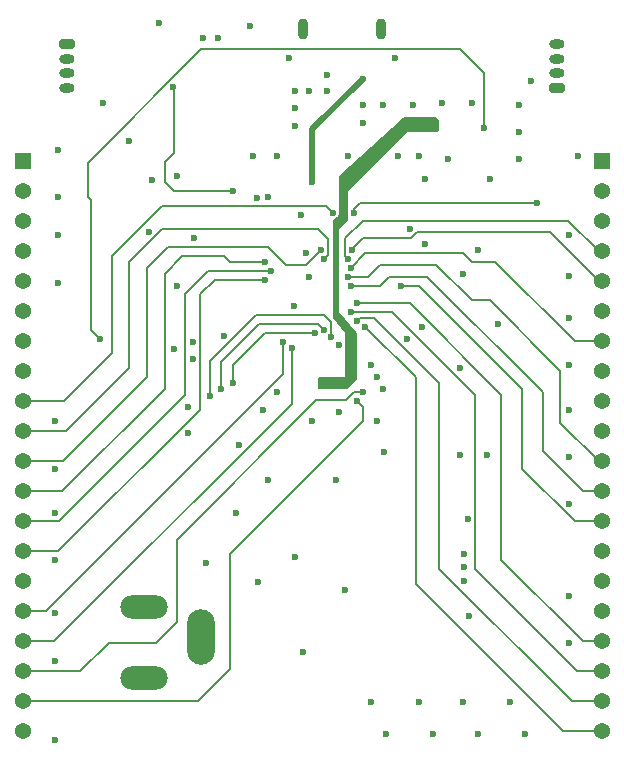
<source format=gbl>
%TF.GenerationSoftware,KiCad,Pcbnew,8.0.5*%
%TF.CreationDate,2024-11-09T23:36:57+01:00*%
%TF.ProjectId,STM32 Development Board,53544d33-3220-4446-9576-656c6f706d65,rev?*%
%TF.SameCoordinates,Original*%
%TF.FileFunction,Copper,L4,Bot*%
%TF.FilePolarity,Positive*%
%FSLAX46Y46*%
G04 Gerber Fmt 4.6, Leading zero omitted, Abs format (unit mm)*
G04 Created by KiCad (PCBNEW 8.0.5) date 2024-11-09 23:36:57*
%MOMM*%
%LPD*%
G01*
G04 APERTURE LIST*
G04 Aperture macros list*
%AMRoundRect*
0 Rectangle with rounded corners*
0 $1 Rounding radius*
0 $2 $3 $4 $5 $6 $7 $8 $9 X,Y pos of 4 corners*
0 Add a 4 corners polygon primitive as box body*
4,1,4,$2,$3,$4,$5,$6,$7,$8,$9,$2,$3,0*
0 Add four circle primitives for the rounded corners*
1,1,$1+$1,$2,$3*
1,1,$1+$1,$4,$5*
1,1,$1+$1,$6,$7*
1,1,$1+$1,$8,$9*
0 Add four rect primitives between the rounded corners*
20,1,$1+$1,$2,$3,$4,$5,0*
20,1,$1+$1,$4,$5,$6,$7,0*
20,1,$1+$1,$6,$7,$8,$9,0*
20,1,$1+$1,$8,$9,$2,$3,0*%
G04 Aperture macros list end*
%TA.AperFunction,ComponentPad*%
%ADD10O,0.900000X1.800000*%
%TD*%
%TA.AperFunction,ComponentPad*%
%ADD11O,1.300000X0.800000*%
%TD*%
%TA.AperFunction,ComponentPad*%
%ADD12RoundRect,0.200000X0.450000X-0.200000X0.450000X0.200000X-0.450000X0.200000X-0.450000X-0.200000X0*%
%TD*%
%TA.AperFunction,ComponentPad*%
%ADD13O,2.350000X4.700000*%
%TD*%
%TA.AperFunction,ComponentPad*%
%ADD14O,4.000000X2.000000*%
%TD*%
%TA.AperFunction,ComponentPad*%
%ADD15R,1.370000X1.370000*%
%TD*%
%TA.AperFunction,ComponentPad*%
%ADD16C,1.370000*%
%TD*%
%TA.AperFunction,ComponentPad*%
%ADD17RoundRect,0.200000X-0.450000X0.200000X-0.450000X-0.200000X0.450000X-0.200000X0.450000X0.200000X0*%
%TD*%
%TA.AperFunction,ViaPad*%
%ADD18C,0.600000*%
%TD*%
%TA.AperFunction,Conductor*%
%ADD19C,0.200000*%
%TD*%
%TA.AperFunction,Conductor*%
%ADD20C,0.150000*%
%TD*%
%TA.AperFunction,Conductor*%
%ADD21C,0.500000*%
%TD*%
G04 APERTURE END LIST*
D10*
%TO.P,J2,S5,SHIELD*%
%TO.N,GND*%
X60800000Y-68000000D03*
%TO.P,J2,S6,SHIELD*%
X54200000Y-68000000D03*
%TD*%
D11*
%TO.P,J5,4,Pin_4*%
%TO.N,GND*%
X75750000Y-69275000D03*
%TO.P,J5,3,Pin_3*%
%TO.N,USART3_RX*%
X75750000Y-70525000D03*
%TO.P,J5,2,Pin_2*%
%TO.N,USART3_TX*%
X75750000Y-71775000D03*
D12*
%TO.P,J5,1,Pin_1*%
%TO.N,+3.3V*%
X75750000Y-73025000D03*
%TD*%
D13*
%TO.P,J8,2*%
%TO.N,GND*%
X45550000Y-119500000D03*
D14*
%TO.P,J8,3*%
X40750000Y-123000000D03*
%TO.P,J8,4*%
%TO.N,+12V*%
X40750000Y-117000000D03*
%TD*%
D15*
%TO.P,J7,01,01*%
%TO.N,+5V*%
X79500000Y-79240000D03*
D16*
%TO.P,J7,02,02*%
%TO.N,+3.3V*%
X79500000Y-81780000D03*
%TO.P,J7,03,03*%
%TO.N,GND*%
X79500000Y-84320000D03*
%TO.P,J7,04,04*%
%TO.N,PB15*%
X79500000Y-86860000D03*
%TO.P,J7,05,05*%
%TO.N,PB14*%
X79500000Y-89400000D03*
%TO.P,J7,06,06*%
%TO.N,PB13*%
X79500000Y-91940000D03*
%TO.P,J7,07,07*%
%TO.N,PB10*%
X79500000Y-94480000D03*
%TO.P,J7,08,08*%
%TO.N,PB6*%
X79500000Y-97020000D03*
%TO.P,J7,09,09*%
%TO.N,PB5*%
X79500000Y-99560000D03*
%TO.P,J7,10,10*%
%TO.N,PB3*%
X79500000Y-102100000D03*
%TO.P,J7,11,11*%
%TO.N,PB2*%
X79500000Y-104640000D03*
%TO.P,J7,12,12*%
%TO.N,PB1*%
X79500000Y-107180000D03*
%TO.P,J7,13,13*%
%TO.N,PB0*%
X79500000Y-109720000D03*
%TO.P,J7,14,14*%
%TO.N,PA11*%
X79500000Y-112260000D03*
%TO.P,J7,15,15*%
%TO.N,PA10*%
X79500000Y-114800000D03*
%TO.P,J7,16,16*%
%TO.N,PA9*%
X79500000Y-117340000D03*
%TO.P,J7,17,17*%
%TO.N,PA7*%
X79500000Y-119880000D03*
%TO.P,J7,18,18*%
%TO.N,PA6*%
X79500000Y-122420000D03*
%TO.P,J7,19,19*%
%TO.N,PA5*%
X79500000Y-124960000D03*
%TO.P,J7,20,20*%
%TO.N,PA4*%
X79500000Y-127500000D03*
%TD*%
D15*
%TO.P,J6,01,01*%
%TO.N,+3.3V*%
X30500000Y-79240000D03*
D16*
%TO.P,J6,02,02*%
X30500000Y-81780000D03*
%TO.P,J6,03,03*%
%TO.N,GND*%
X30500000Y-84320000D03*
%TO.P,J6,04,04*%
X30500000Y-86860000D03*
%TO.P,J6,05,05*%
%TO.N,PC0*%
X30500000Y-89400000D03*
%TO.P,J6,06,06*%
%TO.N,PC1*%
X30500000Y-91940000D03*
%TO.P,J6,07,07*%
%TO.N,PC2*%
X30500000Y-94480000D03*
%TO.P,J6,08,08*%
%TO.N,PC3*%
X30500000Y-97020000D03*
%TO.P,J6,09,09*%
%TO.N,PC6*%
X30500000Y-99560000D03*
%TO.P,J6,10,10*%
%TO.N,PC7*%
X30500000Y-102100000D03*
%TO.P,J6,11,11*%
%TO.N,PC8*%
X30500000Y-104640000D03*
%TO.P,J6,12,12*%
%TO.N,PC10*%
X30500000Y-107180000D03*
%TO.P,J6,13,13*%
%TO.N,PC11*%
X30500000Y-109720000D03*
%TO.P,J6,14,14*%
%TO.N,PC12*%
X30500000Y-112260000D03*
%TO.P,J6,15,15*%
%TO.N,PC13*%
X30500000Y-114800000D03*
%TO.P,J6,16,16*%
%TO.N,PC14*%
X30500000Y-117340000D03*
%TO.P,J6,17,17*%
%TO.N,PC15*%
X30500000Y-119880000D03*
%TO.P,J6,18,18*%
%TO.N,PA2*%
X30500000Y-122420000D03*
%TO.P,J6,19,19*%
%TO.N,PA1*%
X30500000Y-124960000D03*
%TO.P,J6,20,20*%
%TO.N,PA0*%
X30500000Y-127500000D03*
%TD*%
D17*
%TO.P,J3,1,Pin_1*%
%TO.N,+3.3V*%
X34200000Y-69275000D03*
D11*
%TO.P,J3,2,Pin_2*%
%TO.N,I2C1_SCL*%
X34200000Y-70525000D03*
%TO.P,J3,3,Pin_3*%
%TO.N,I2C1_SDA*%
X34200000Y-71775000D03*
%TO.P,J3,4,Pin_4*%
%TO.N,GND*%
X34200000Y-73025000D03*
%TD*%
D18*
%TO.N,GND*%
X48750000Y-103250000D03*
X44500000Y-100000000D03*
X44500000Y-102250000D03*
X39500000Y-77500000D03*
X37250000Y-74250000D03*
X76750000Y-85500000D03*
X76736005Y-88904934D03*
X72500000Y-79000000D03*
X73500000Y-72400000D03*
X72500000Y-76750000D03*
X72500000Y-74500000D03*
X64000000Y-78750000D03*
X62250000Y-78750000D03*
X52000000Y-78750000D03*
X58000000Y-78750000D03*
X61000000Y-74500000D03*
X59250000Y-76000000D03*
X59250000Y-74500000D03*
X53500000Y-73250000D03*
X54750000Y-73250000D03*
X53500000Y-74750000D03*
X53500000Y-76250000D03*
X56250000Y-73250000D03*
X46000000Y-113250000D03*
X51250000Y-106250000D03*
X48500000Y-109000000D03*
X76750000Y-120000000D03*
X76750000Y-116000000D03*
X76750000Y-108250000D03*
X76750000Y-104250000D03*
X76750000Y-100250000D03*
X76750000Y-96500000D03*
X76750000Y-92500000D03*
X71750000Y-125000000D03*
X67750000Y-125000000D03*
X64000000Y-125000000D03*
X60000000Y-125000000D03*
X73000000Y-127750000D03*
X69000000Y-127750000D03*
X65250000Y-127750000D03*
X61250000Y-127750000D03*
X33250000Y-128250000D03*
X33250000Y-121500000D03*
X33250000Y-117500000D03*
X33250000Y-113000000D03*
X33250000Y-109000000D03*
X33250000Y-105250000D03*
X33250000Y-101250000D03*
X33500000Y-89500000D03*
X33500000Y-85500000D03*
X33500000Y-82250000D03*
X33500000Y-78250000D03*
%TO.N,+3.3V*%
X77500000Y-78750000D03*
%TO.N,GYRO_INT*%
X37000000Y-94250000D03*
X69500000Y-76412500D03*
%TO.N,GND*%
X44900000Y-95980000D03*
%TO.N,PB5*%
X43500000Y-80500000D03*
%TO.N,PB3*%
X50000000Y-78750000D03*
%TO.N,+3.3V*%
X52000000Y-98750000D03*
%TO.N,NRST*%
X43210000Y-72960000D03*
X48250000Y-81750000D03*
X53425000Y-91500000D03*
%TO.N,+3.3VA*%
X56000000Y-98000000D03*
%TO.N,GND*%
X63000000Y-94250000D03*
%TO.N,PA9*%
X61000000Y-98500000D03*
%TO.N,PA10*%
X60500000Y-97500000D03*
%TO.N,PA11*%
X60000000Y-96500000D03*
%TO.N,GND*%
X56200000Y-71950000D03*
%TO.N,+3.3VA*%
X65000000Y-76250000D03*
X63250000Y-76000000D03*
%TO.N,GND*%
X55000000Y-101250000D03*
X63500000Y-74500000D03*
X66000000Y-74250000D03*
%TO.N,+3.3V*%
X68500000Y-74250000D03*
X66500000Y-79000000D03*
X64500000Y-86250000D03*
X70000000Y-80750000D03*
X64500000Y-80750000D03*
X57250000Y-100485000D03*
%TO.N,GND*%
X47000000Y-68750000D03*
X45750000Y-68750000D03*
X42000000Y-67500000D03*
%TO.N,+3.3V*%
X49750000Y-67750000D03*
%TO.N,GND*%
X45000000Y-85750000D03*
X57750000Y-115500000D03*
X50320000Y-82320000D03*
X70750000Y-93000000D03*
X61075000Y-103800000D03*
X69770000Y-104100000D03*
X53050000Y-70450000D03*
X62000000Y-70500000D03*
X41200000Y-85200000D03*
X50400000Y-114837500D03*
X57000000Y-106200000D03*
X53500000Y-112700000D03*
X67750000Y-88750000D03*
X68150000Y-109500000D03*
X68250000Y-117750000D03*
X57250000Y-94750000D03*
X69000000Y-86750000D03*
X50850000Y-100250000D03*
X63250000Y-85000000D03*
X54250000Y-120750000D03*
X67500000Y-104100000D03*
%TO.N,+3.3V*%
X64250000Y-93250000D03*
X47500000Y-94030000D03*
X67825000Y-113550000D03*
X67500000Y-96750000D03*
X41400000Y-80800000D03*
X67825000Y-112475000D03*
X44900000Y-94495000D03*
X43500000Y-89750000D03*
X60500000Y-101250000D03*
X43250000Y-95100000D03*
X51280000Y-82280000D03*
X67825000Y-114800000D03*
%TO.N,+5V*%
X59250000Y-72250000D03*
X55000000Y-81000000D03*
%TO.N,PC3*%
X46375000Y-99125000D03*
X56600000Y-94069453D03*
%TO.N,PC8*%
X55747017Y-86741051D03*
%TO.N,PC10*%
X51000000Y-87750000D03*
%TO.N,PC15*%
X53250000Y-95000000D03*
%TO.N,PA1*%
X58800000Y-99550000D03*
%TO.N,PC1*%
X55250000Y-93750000D03*
X48250000Y-98000000D03*
%TO.N,PC11*%
X51500000Y-88500000D03*
%TO.N,PC14*%
X52500000Y-94500000D03*
%TO.N,PC7*%
X56000000Y-87500000D03*
%TO.N,PC6*%
X56750000Y-83600000D03*
%TO.N,PC12*%
X51000000Y-89250000D03*
%TO.N,PC2*%
X47250000Y-98500000D03*
X56008949Y-93497017D03*
%TO.N,PA2*%
X59250000Y-98750000D03*
%TO.N,PA5*%
X58750000Y-92750000D03*
%TO.N,PA11*%
X54750000Y-89000000D03*
%TO.N,PA10*%
X54500000Y-87000000D03*
%TO.N,PA7*%
X58750000Y-91250000D03*
%TO.N,PB14*%
X58363403Y-86779880D03*
%TO.N,PB15*%
X57997017Y-87491051D03*
%TO.N,PA9*%
X54000000Y-83750000D03*
%TO.N,PB2*%
X57997017Y-89008949D03*
%TO.N,PB1*%
X58255479Y-89766050D03*
%TO.N,PB13*%
X58500000Y-83600000D03*
X74000000Y-82750000D03*
%TO.N,PA6*%
X58247017Y-92008949D03*
%TO.N,PB10*%
X58250000Y-88250000D03*
%TO.N,PB0*%
X62500000Y-89750000D03*
%TO.N,PA4*%
X59500000Y-93215533D03*
%TO.N,+3.3VA*%
X57250000Y-98000000D03*
%TD*%
D19*
%TO.N,PC3*%
X56608949Y-94060504D02*
X56600000Y-94069453D01*
X56608949Y-92858949D02*
X56608949Y-94060504D01*
X50250000Y-92250000D02*
X56000000Y-92250000D01*
X46375000Y-96125000D02*
X50250000Y-92250000D01*
X56000000Y-92250000D02*
X56608949Y-92858949D01*
X46375000Y-99125000D02*
X46375000Y-96125000D01*
D20*
%TO.N,GYRO_INT*%
X36250000Y-93500000D02*
X37000000Y-94250000D01*
X36250000Y-82500000D02*
X36250000Y-93500000D01*
X36000000Y-82250000D02*
X36250000Y-82500000D01*
X36000000Y-79356827D02*
X36000000Y-82250000D01*
X45606827Y-69750000D02*
X36000000Y-79356827D01*
X67500000Y-69750000D02*
X52500000Y-69750000D01*
X69000000Y-71250000D02*
X67500000Y-69750000D01*
X69500000Y-71750000D02*
X69000000Y-71250000D01*
X52500000Y-69750000D02*
X45606827Y-69750000D01*
X69500000Y-76412500D02*
X69500000Y-71750000D01*
D21*
%TO.N,+5V*%
X55000000Y-76500000D02*
X59250000Y-72250000D01*
X55000000Y-81000000D02*
X55000000Y-76500000D01*
D19*
%TO.N,PC1*%
X48250000Y-96500000D02*
X51000000Y-93750000D01*
X51000000Y-93750000D02*
X55250000Y-93750000D01*
X48250000Y-98000000D02*
X48250000Y-96500000D01*
D20*
%TO.N,NRST*%
X42500000Y-79250000D02*
X42500000Y-81000000D01*
X43250000Y-78500000D02*
X42500000Y-79250000D01*
X42500000Y-81000000D02*
X43250000Y-81750000D01*
X43250000Y-81750000D02*
X48250000Y-81750000D01*
X43250000Y-73000000D02*
X43250000Y-78500000D01*
X43210000Y-72960000D02*
X43250000Y-73000000D01*
D19*
%TO.N,PA2*%
X35330000Y-122420000D02*
X30500000Y-122420000D01*
X37750000Y-120000000D02*
X35330000Y-122420000D01*
X55316765Y-99433235D02*
X43500000Y-111250000D01*
X43500000Y-111250000D02*
X43500000Y-118250000D01*
X43500000Y-118250000D02*
X41750000Y-120000000D01*
X57816765Y-99433235D02*
X55316765Y-99433235D01*
X58500000Y-98750000D02*
X57816765Y-99433235D01*
X59250000Y-98750000D02*
X58500000Y-98750000D01*
X41750000Y-120000000D02*
X37750000Y-120000000D01*
%TO.N,PA1*%
X45290000Y-124960000D02*
X30500000Y-124960000D01*
X48000000Y-122250000D02*
X45290000Y-124960000D01*
X48000000Y-112500000D02*
X48000000Y-122250000D01*
X59250000Y-101250000D02*
X48000000Y-112500000D01*
X59250000Y-100000000D02*
X59250000Y-101250000D01*
X58800000Y-99550000D02*
X59250000Y-100000000D01*
%TO.N,PC15*%
X33120000Y-119880000D02*
X30500000Y-119880000D01*
%TO.N,PC14*%
X32410000Y-117340000D02*
X30500000Y-117340000D01*
%TO.N,PC12*%
X45500000Y-100250000D02*
X33500000Y-112250000D01*
X45500000Y-90500000D02*
X45500000Y-100250000D01*
X33500000Y-112250000D02*
X30510000Y-112250000D01*
X46750000Y-89250000D02*
X45500000Y-90500000D01*
X30510000Y-112250000D02*
X30500000Y-112260000D01*
X51000000Y-89250000D02*
X46750000Y-89250000D01*
%TO.N,PC11*%
X33530000Y-109720000D02*
X30500000Y-109720000D01*
%TO.N,PC10*%
X33820000Y-107180000D02*
X30500000Y-107180000D01*
%TO.N,PC8*%
X41000000Y-97500000D02*
X33860000Y-104640000D01*
X33860000Y-104640000D02*
X30500000Y-104640000D01*
X42750000Y-86500000D02*
X41000000Y-88250000D01*
X51250000Y-86500000D02*
X42750000Y-86500000D01*
X54488068Y-88000000D02*
X52750000Y-88000000D01*
X55747017Y-86741051D02*
X54488068Y-88000000D01*
X52750000Y-88000000D02*
X51250000Y-86500000D01*
X41000000Y-88250000D02*
X41000000Y-97500000D01*
%TO.N,PC7*%
X34150000Y-102100000D02*
X30500000Y-102100000D01*
%TO.N,PC6*%
X33940000Y-99560000D02*
X30500000Y-99560000D01*
%TO.N,PA7*%
X77880000Y-119880000D02*
X79250000Y-119880000D01*
X58750000Y-91250000D02*
X63250000Y-91250000D01*
X71000000Y-113000000D02*
X77880000Y-119880000D01*
X71000000Y-99000000D02*
X71000000Y-113000000D01*
X63250000Y-91250000D02*
X71000000Y-99000000D01*
%TO.N,PA6*%
X68750000Y-113750000D02*
X77420000Y-122420000D01*
X68750000Y-99000000D02*
X68750000Y-113750000D01*
X77420000Y-122420000D02*
X79250000Y-122420000D01*
X58255966Y-92000000D02*
X61750000Y-92000000D01*
X58247017Y-92008949D02*
X58255966Y-92000000D01*
X61750000Y-92000000D02*
X68750000Y-99000000D01*
%TO.N,PA5*%
X76960000Y-124960000D02*
X79250000Y-124960000D01*
X65750000Y-113750000D02*
X76960000Y-124960000D01*
X65750000Y-98000000D02*
X65750000Y-113750000D01*
X58750000Y-92750000D02*
X59000000Y-92500000D01*
X59000000Y-92500000D02*
X60250000Y-92500000D01*
X60250000Y-92500000D02*
X65750000Y-98000000D01*
%TO.N,PA4*%
X76250000Y-127500000D02*
X79250000Y-127500000D01*
X63750000Y-97501471D02*
X63750000Y-115000000D01*
X63750000Y-115000000D02*
X76250000Y-127500000D01*
X59500000Y-93215533D02*
X59500000Y-93251471D01*
X59500000Y-93251471D02*
X63750000Y-97501471D01*
%TO.N,PC6*%
X38000000Y-95500000D02*
X33940000Y-99560000D01*
X38000000Y-87250000D02*
X38000000Y-95500000D01*
X42250000Y-83000000D02*
X38000000Y-87250000D01*
X56750000Y-83600000D02*
X56150000Y-83000000D01*
X56150000Y-83000000D02*
X42250000Y-83000000D01*
%TO.N,PB15*%
X76640000Y-84250000D02*
X79250000Y-86860000D01*
X59250000Y-84250000D02*
X76640000Y-84250000D01*
X57750000Y-85750000D02*
X59250000Y-84250000D01*
X57750000Y-87244034D02*
X57750000Y-85750000D01*
X57997017Y-87491051D02*
X57750000Y-87244034D01*
%TO.N,PC7*%
X55500000Y-85000000D02*
X56347017Y-85847017D01*
X42248529Y-85000000D02*
X55500000Y-85000000D01*
X56347017Y-85847017D02*
X56347017Y-87152983D01*
X39500000Y-87748529D02*
X42248529Y-85000000D01*
X39500000Y-96750000D02*
X39500000Y-87748529D01*
X56347017Y-87152983D02*
X56000000Y-87500000D01*
X34150000Y-102100000D02*
X39500000Y-96750000D01*
%TO.N,PB14*%
X75100000Y-85250000D02*
X79250000Y-89400000D01*
X63848529Y-85250000D02*
X75100000Y-85250000D01*
X63348529Y-85750000D02*
X63848529Y-85250000D01*
X58363403Y-86636597D02*
X59250000Y-85750000D01*
X58363403Y-86779880D02*
X58363403Y-86636597D01*
X59250000Y-85750000D02*
X63348529Y-85750000D01*
%TO.N,PC10*%
X42500000Y-88750000D02*
X42500000Y-98500000D01*
X44000000Y-87250000D02*
X42500000Y-88750000D01*
X42500000Y-98500000D02*
X33820000Y-107180000D01*
X47500000Y-87250000D02*
X44000000Y-87250000D01*
X48000000Y-87750000D02*
X47500000Y-87250000D01*
X51000000Y-87750000D02*
X48000000Y-87750000D01*
%TO.N,PC15*%
X53250000Y-99750000D02*
X33120000Y-119880000D01*
X53250000Y-95000000D02*
X53250000Y-99750000D01*
%TO.N,PC11*%
X46200735Y-88500000D02*
X44200000Y-90500735D01*
X44200000Y-99050000D02*
X33530000Y-109720000D01*
X51500000Y-88500000D02*
X46200735Y-88500000D01*
X44200000Y-90500735D02*
X44200000Y-99050000D01*
%TO.N,PC14*%
X52500000Y-94500000D02*
X52500000Y-97250000D01*
X52500000Y-97250000D02*
X32410000Y-117340000D01*
%TO.N,PB2*%
X68500000Y-91000000D02*
X70000000Y-91000000D01*
X70000000Y-91000000D02*
X76000000Y-97000000D01*
X60750000Y-88000000D02*
X65500000Y-88000000D01*
X65500000Y-88000000D02*
X68500000Y-91000000D01*
X59500000Y-89000000D02*
X59750000Y-89000000D01*
X76000000Y-97000000D02*
X76000000Y-101390000D01*
X57997017Y-89008949D02*
X59491051Y-89008949D01*
X59750000Y-89000000D02*
X60750000Y-88000000D01*
X76000000Y-101390000D02*
X79250000Y-104640000D01*
X59491051Y-89008949D02*
X59500000Y-89000000D01*
%TO.N,PB1*%
X64750000Y-89000000D02*
X74500000Y-98750000D01*
X74500000Y-98750000D02*
X74500000Y-103750000D01*
X74500000Y-103750000D02*
X77930000Y-107180000D01*
X60733950Y-89766050D02*
X61500000Y-89000000D01*
X77930000Y-107180000D02*
X79250000Y-107180000D01*
X58255479Y-89766050D02*
X60733950Y-89766050D01*
X61500000Y-89000000D02*
X64750000Y-89000000D01*
%TO.N,PB13*%
X58500000Y-83600000D02*
X58500000Y-83250000D01*
X59000000Y-82750000D02*
X74000000Y-82750000D01*
X58500000Y-83250000D02*
X59000000Y-82750000D01*
%TO.N,PB10*%
X68500000Y-87750000D02*
X70500000Y-87750000D01*
X58250000Y-88250000D02*
X59500000Y-87000000D01*
X70500000Y-87750000D02*
X77230000Y-94480000D01*
X59500000Y-87000000D02*
X67750000Y-87000000D01*
X67750000Y-87000000D02*
X68500000Y-87750000D01*
X77230000Y-94480000D02*
X79250000Y-94480000D01*
%TO.N,PB0*%
X62500000Y-89750000D02*
X64000000Y-89750000D01*
X72750000Y-105250000D02*
X77220000Y-109720000D01*
X77220000Y-109720000D02*
X79250000Y-109720000D01*
X72750000Y-98500000D02*
X72750000Y-105250000D01*
X64000000Y-89750000D02*
X72750000Y-98500000D01*
%TO.N,PC2*%
X56008949Y-93497017D02*
X55511932Y-93000000D01*
X55511932Y-93000000D02*
X50500000Y-93000000D01*
X50500000Y-93000000D02*
X47250000Y-96250000D01*
X47250000Y-96250000D02*
X47250000Y-98500000D01*
%TD*%
%TA.AperFunction,Conductor*%
%TO.N,+3.3VA*%
G36*
X65515677Y-75519685D02*
G01*
X65536319Y-75536319D01*
X65713681Y-75713681D01*
X65747166Y-75775004D01*
X65750000Y-75801362D01*
X65750000Y-76448638D01*
X65730315Y-76515677D01*
X65713681Y-76536319D01*
X65536319Y-76713681D01*
X65474996Y-76747166D01*
X65448638Y-76750000D01*
X62999999Y-76750000D01*
X58000000Y-81749999D01*
X58000000Y-83551854D01*
X57998738Y-83569500D01*
X57994353Y-83599999D01*
X57998738Y-83630498D01*
X58000000Y-83648145D01*
X58000000Y-84198638D01*
X57980315Y-84265677D01*
X57963681Y-84286319D01*
X57250000Y-84999999D01*
X57250000Y-85000000D01*
X57250000Y-92000000D01*
X58720148Y-93715173D01*
X58748831Y-93778883D01*
X58750000Y-93795870D01*
X58750000Y-97698638D01*
X58730315Y-97765677D01*
X58713681Y-97786319D01*
X58036319Y-98463681D01*
X57974996Y-98497166D01*
X57948638Y-98500000D01*
X55624000Y-98500000D01*
X55556961Y-98480315D01*
X55511206Y-98427511D01*
X55500000Y-98376000D01*
X55500000Y-97624000D01*
X55519685Y-97556961D01*
X55572489Y-97511206D01*
X55624000Y-97500000D01*
X57750000Y-97500000D01*
X57750000Y-94798145D01*
X57751262Y-94780498D01*
X57755647Y-94750000D01*
X57751262Y-94719500D01*
X57750000Y-94701854D01*
X57750000Y-93750000D01*
X56777172Y-92533965D01*
X56750664Y-92469319D01*
X56750000Y-92456503D01*
X56750000Y-84301361D01*
X56769685Y-84234322D01*
X56786309Y-84213690D01*
X56909355Y-84090644D01*
X56952603Y-84064988D01*
X56951986Y-84063637D01*
X56960045Y-84059955D01*
X56960053Y-84059953D01*
X57081128Y-83982143D01*
X57175377Y-83873373D01*
X57207064Y-83803988D01*
X57232170Y-83767829D01*
X57250000Y-83750000D01*
X57250000Y-83648145D01*
X57251262Y-83630498D01*
X57255647Y-83600000D01*
X57251262Y-83569500D01*
X57250000Y-83551854D01*
X57250000Y-80554853D01*
X57269685Y-80487814D01*
X57290585Y-80463103D01*
X62714528Y-75532246D01*
X62777374Y-75501717D01*
X62797939Y-75500000D01*
X65448638Y-75500000D01*
X65515677Y-75519685D01*
G37*
%TD.AperFunction*%
%TD*%
M02*

</source>
